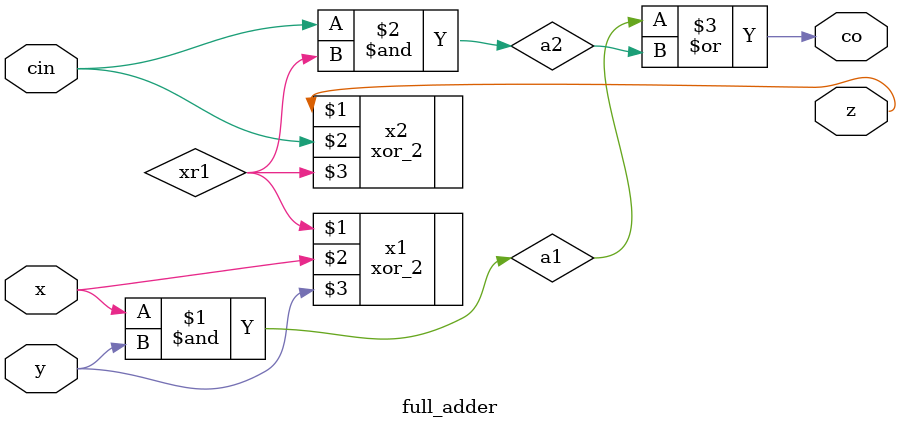
<source format=v>
module full_adder(output z,output co,input x,input y,input cin);
	wire xr1;
	xor_2 x1(xr1,x,y);
	xor_2 x2(z,cin,xr1);

	wire a1,a2;
	and ag1(a1,x,y);
	and ag2(a2,cin,xr1);
	
	or o1(co,a1,a2);
endmodule
</source>
